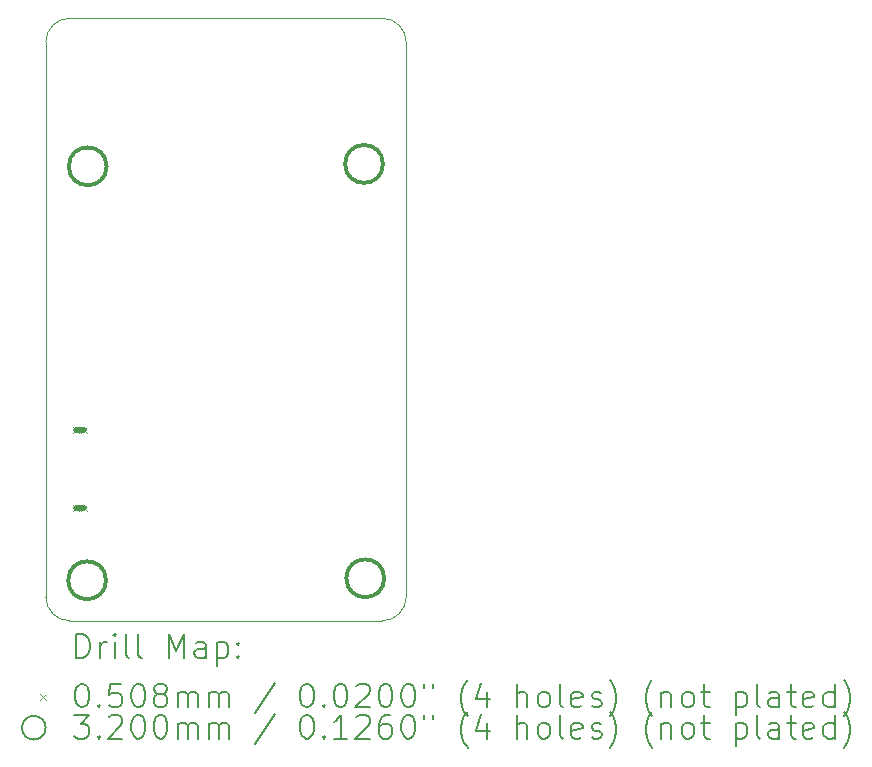
<source format=gbr>
%TF.GenerationSoftware,KiCad,Pcbnew,8.0.5*%
%TF.CreationDate,2025-04-10T23:54:24-07:00*%
%TF.ProjectId,ESP32,45535033-322e-46b6-9963-61645f706362,rev?*%
%TF.SameCoordinates,Original*%
%TF.FileFunction,Drillmap*%
%TF.FilePolarity,Positive*%
%FSLAX45Y45*%
G04 Gerber Fmt 4.5, Leading zero omitted, Abs format (unit mm)*
G04 Created by KiCad (PCBNEW 8.0.5) date 2025-04-10 23:54:24*
%MOMM*%
%LPD*%
G01*
G04 APERTURE LIST*
%ADD10C,0.050000*%
%ADD11C,0.508000*%
%ADD12C,0.200000*%
%ADD13C,0.100000*%
%ADD14C,0.320000*%
G04 APERTURE END LIST*
D10*
X11176000Y-10247000D02*
G75*
G02*
X11376000Y-10047000I200000J0D01*
G01*
X14026000Y-10047000D02*
G75*
G02*
X14226000Y-10247000I0J-200000D01*
G01*
X11376000Y-15147000D02*
G75*
G02*
X11176000Y-14947000I0J200000D01*
G01*
X14226000Y-14947000D02*
G75*
G02*
X14026000Y-15147000I-200000J0D01*
G01*
X11176000Y-14947000D02*
X11176000Y-10247000D01*
X14226000Y-10247000D02*
X14226000Y-14947000D01*
X11376000Y-10047000D02*
X14026000Y-10047000D01*
X14026000Y-15147000D02*
X11376000Y-15147000D01*
D11*
X11501790Y-13532040D02*
X11433210Y-13532040D01*
X11501790Y-14192040D02*
X11433210Y-14192040D01*
D12*
D13*
X11407810Y-13506640D02*
X11458610Y-13557440D01*
X11458610Y-13506640D02*
X11407810Y-13557440D01*
X11407810Y-14166640D02*
X11458610Y-14217440D01*
X11458610Y-14166640D02*
X11407810Y-14217440D01*
X11476390Y-13506640D02*
X11527190Y-13557440D01*
X11527190Y-13506640D02*
X11476390Y-13557440D01*
X11476390Y-14166640D02*
X11527190Y-14217440D01*
X11527190Y-14166640D02*
X11476390Y-14217440D01*
D14*
X11685000Y-14805000D02*
G75*
G02*
X11365000Y-14805000I-160000J0D01*
G01*
X11365000Y-14805000D02*
G75*
G02*
X11685000Y-14805000I160000J0D01*
G01*
X11690000Y-11300000D02*
G75*
G02*
X11370000Y-11300000I-160000J0D01*
G01*
X11370000Y-11300000D02*
G75*
G02*
X11690000Y-11300000I160000J0D01*
G01*
X14030000Y-11280000D02*
G75*
G02*
X13710000Y-11280000I-160000J0D01*
G01*
X13710000Y-11280000D02*
G75*
G02*
X14030000Y-11280000I160000J0D01*
G01*
X14040000Y-14788000D02*
G75*
G02*
X13720000Y-14788000I-160000J0D01*
G01*
X13720000Y-14788000D02*
G75*
G02*
X14040000Y-14788000I160000J0D01*
G01*
D12*
X11434277Y-15460984D02*
X11434277Y-15260984D01*
X11434277Y-15260984D02*
X11481896Y-15260984D01*
X11481896Y-15260984D02*
X11510467Y-15270508D01*
X11510467Y-15270508D02*
X11529515Y-15289555D01*
X11529515Y-15289555D02*
X11539039Y-15308603D01*
X11539039Y-15308603D02*
X11548562Y-15346698D01*
X11548562Y-15346698D02*
X11548562Y-15375269D01*
X11548562Y-15375269D02*
X11539039Y-15413365D01*
X11539039Y-15413365D02*
X11529515Y-15432412D01*
X11529515Y-15432412D02*
X11510467Y-15451460D01*
X11510467Y-15451460D02*
X11481896Y-15460984D01*
X11481896Y-15460984D02*
X11434277Y-15460984D01*
X11634277Y-15460984D02*
X11634277Y-15327650D01*
X11634277Y-15365746D02*
X11643801Y-15346698D01*
X11643801Y-15346698D02*
X11653324Y-15337174D01*
X11653324Y-15337174D02*
X11672372Y-15327650D01*
X11672372Y-15327650D02*
X11691420Y-15327650D01*
X11758086Y-15460984D02*
X11758086Y-15327650D01*
X11758086Y-15260984D02*
X11748562Y-15270508D01*
X11748562Y-15270508D02*
X11758086Y-15280031D01*
X11758086Y-15280031D02*
X11767610Y-15270508D01*
X11767610Y-15270508D02*
X11758086Y-15260984D01*
X11758086Y-15260984D02*
X11758086Y-15280031D01*
X11881896Y-15460984D02*
X11862848Y-15451460D01*
X11862848Y-15451460D02*
X11853324Y-15432412D01*
X11853324Y-15432412D02*
X11853324Y-15260984D01*
X11986658Y-15460984D02*
X11967610Y-15451460D01*
X11967610Y-15451460D02*
X11958086Y-15432412D01*
X11958086Y-15432412D02*
X11958086Y-15260984D01*
X12215229Y-15460984D02*
X12215229Y-15260984D01*
X12215229Y-15260984D02*
X12281896Y-15403841D01*
X12281896Y-15403841D02*
X12348562Y-15260984D01*
X12348562Y-15260984D02*
X12348562Y-15460984D01*
X12529515Y-15460984D02*
X12529515Y-15356222D01*
X12529515Y-15356222D02*
X12519991Y-15337174D01*
X12519991Y-15337174D02*
X12500943Y-15327650D01*
X12500943Y-15327650D02*
X12462848Y-15327650D01*
X12462848Y-15327650D02*
X12443801Y-15337174D01*
X12529515Y-15451460D02*
X12510467Y-15460984D01*
X12510467Y-15460984D02*
X12462848Y-15460984D01*
X12462848Y-15460984D02*
X12443801Y-15451460D01*
X12443801Y-15451460D02*
X12434277Y-15432412D01*
X12434277Y-15432412D02*
X12434277Y-15413365D01*
X12434277Y-15413365D02*
X12443801Y-15394317D01*
X12443801Y-15394317D02*
X12462848Y-15384793D01*
X12462848Y-15384793D02*
X12510467Y-15384793D01*
X12510467Y-15384793D02*
X12529515Y-15375269D01*
X12624753Y-15327650D02*
X12624753Y-15527650D01*
X12624753Y-15337174D02*
X12643801Y-15327650D01*
X12643801Y-15327650D02*
X12681896Y-15327650D01*
X12681896Y-15327650D02*
X12700943Y-15337174D01*
X12700943Y-15337174D02*
X12710467Y-15346698D01*
X12710467Y-15346698D02*
X12719991Y-15365746D01*
X12719991Y-15365746D02*
X12719991Y-15422888D01*
X12719991Y-15422888D02*
X12710467Y-15441936D01*
X12710467Y-15441936D02*
X12700943Y-15451460D01*
X12700943Y-15451460D02*
X12681896Y-15460984D01*
X12681896Y-15460984D02*
X12643801Y-15460984D01*
X12643801Y-15460984D02*
X12624753Y-15451460D01*
X12805705Y-15441936D02*
X12815229Y-15451460D01*
X12815229Y-15451460D02*
X12805705Y-15460984D01*
X12805705Y-15460984D02*
X12796182Y-15451460D01*
X12796182Y-15451460D02*
X12805705Y-15441936D01*
X12805705Y-15441936D02*
X12805705Y-15460984D01*
X12805705Y-15337174D02*
X12815229Y-15346698D01*
X12815229Y-15346698D02*
X12805705Y-15356222D01*
X12805705Y-15356222D02*
X12796182Y-15346698D01*
X12796182Y-15346698D02*
X12805705Y-15337174D01*
X12805705Y-15337174D02*
X12805705Y-15356222D01*
D13*
X11122700Y-15764100D02*
X11173500Y-15814900D01*
X11173500Y-15764100D02*
X11122700Y-15814900D01*
D12*
X11472372Y-15680984D02*
X11491420Y-15680984D01*
X11491420Y-15680984D02*
X11510467Y-15690508D01*
X11510467Y-15690508D02*
X11519991Y-15700031D01*
X11519991Y-15700031D02*
X11529515Y-15719079D01*
X11529515Y-15719079D02*
X11539039Y-15757174D01*
X11539039Y-15757174D02*
X11539039Y-15804793D01*
X11539039Y-15804793D02*
X11529515Y-15842888D01*
X11529515Y-15842888D02*
X11519991Y-15861936D01*
X11519991Y-15861936D02*
X11510467Y-15871460D01*
X11510467Y-15871460D02*
X11491420Y-15880984D01*
X11491420Y-15880984D02*
X11472372Y-15880984D01*
X11472372Y-15880984D02*
X11453324Y-15871460D01*
X11453324Y-15871460D02*
X11443801Y-15861936D01*
X11443801Y-15861936D02*
X11434277Y-15842888D01*
X11434277Y-15842888D02*
X11424753Y-15804793D01*
X11424753Y-15804793D02*
X11424753Y-15757174D01*
X11424753Y-15757174D02*
X11434277Y-15719079D01*
X11434277Y-15719079D02*
X11443801Y-15700031D01*
X11443801Y-15700031D02*
X11453324Y-15690508D01*
X11453324Y-15690508D02*
X11472372Y-15680984D01*
X11624753Y-15861936D02*
X11634277Y-15871460D01*
X11634277Y-15871460D02*
X11624753Y-15880984D01*
X11624753Y-15880984D02*
X11615229Y-15871460D01*
X11615229Y-15871460D02*
X11624753Y-15861936D01*
X11624753Y-15861936D02*
X11624753Y-15880984D01*
X11815229Y-15680984D02*
X11719991Y-15680984D01*
X11719991Y-15680984D02*
X11710467Y-15776222D01*
X11710467Y-15776222D02*
X11719991Y-15766698D01*
X11719991Y-15766698D02*
X11739039Y-15757174D01*
X11739039Y-15757174D02*
X11786658Y-15757174D01*
X11786658Y-15757174D02*
X11805705Y-15766698D01*
X11805705Y-15766698D02*
X11815229Y-15776222D01*
X11815229Y-15776222D02*
X11824753Y-15795269D01*
X11824753Y-15795269D02*
X11824753Y-15842888D01*
X11824753Y-15842888D02*
X11815229Y-15861936D01*
X11815229Y-15861936D02*
X11805705Y-15871460D01*
X11805705Y-15871460D02*
X11786658Y-15880984D01*
X11786658Y-15880984D02*
X11739039Y-15880984D01*
X11739039Y-15880984D02*
X11719991Y-15871460D01*
X11719991Y-15871460D02*
X11710467Y-15861936D01*
X11948562Y-15680984D02*
X11967610Y-15680984D01*
X11967610Y-15680984D02*
X11986658Y-15690508D01*
X11986658Y-15690508D02*
X11996182Y-15700031D01*
X11996182Y-15700031D02*
X12005705Y-15719079D01*
X12005705Y-15719079D02*
X12015229Y-15757174D01*
X12015229Y-15757174D02*
X12015229Y-15804793D01*
X12015229Y-15804793D02*
X12005705Y-15842888D01*
X12005705Y-15842888D02*
X11996182Y-15861936D01*
X11996182Y-15861936D02*
X11986658Y-15871460D01*
X11986658Y-15871460D02*
X11967610Y-15880984D01*
X11967610Y-15880984D02*
X11948562Y-15880984D01*
X11948562Y-15880984D02*
X11929515Y-15871460D01*
X11929515Y-15871460D02*
X11919991Y-15861936D01*
X11919991Y-15861936D02*
X11910467Y-15842888D01*
X11910467Y-15842888D02*
X11900943Y-15804793D01*
X11900943Y-15804793D02*
X11900943Y-15757174D01*
X11900943Y-15757174D02*
X11910467Y-15719079D01*
X11910467Y-15719079D02*
X11919991Y-15700031D01*
X11919991Y-15700031D02*
X11929515Y-15690508D01*
X11929515Y-15690508D02*
X11948562Y-15680984D01*
X12129515Y-15766698D02*
X12110467Y-15757174D01*
X12110467Y-15757174D02*
X12100943Y-15747650D01*
X12100943Y-15747650D02*
X12091420Y-15728603D01*
X12091420Y-15728603D02*
X12091420Y-15719079D01*
X12091420Y-15719079D02*
X12100943Y-15700031D01*
X12100943Y-15700031D02*
X12110467Y-15690508D01*
X12110467Y-15690508D02*
X12129515Y-15680984D01*
X12129515Y-15680984D02*
X12167610Y-15680984D01*
X12167610Y-15680984D02*
X12186658Y-15690508D01*
X12186658Y-15690508D02*
X12196182Y-15700031D01*
X12196182Y-15700031D02*
X12205705Y-15719079D01*
X12205705Y-15719079D02*
X12205705Y-15728603D01*
X12205705Y-15728603D02*
X12196182Y-15747650D01*
X12196182Y-15747650D02*
X12186658Y-15757174D01*
X12186658Y-15757174D02*
X12167610Y-15766698D01*
X12167610Y-15766698D02*
X12129515Y-15766698D01*
X12129515Y-15766698D02*
X12110467Y-15776222D01*
X12110467Y-15776222D02*
X12100943Y-15785746D01*
X12100943Y-15785746D02*
X12091420Y-15804793D01*
X12091420Y-15804793D02*
X12091420Y-15842888D01*
X12091420Y-15842888D02*
X12100943Y-15861936D01*
X12100943Y-15861936D02*
X12110467Y-15871460D01*
X12110467Y-15871460D02*
X12129515Y-15880984D01*
X12129515Y-15880984D02*
X12167610Y-15880984D01*
X12167610Y-15880984D02*
X12186658Y-15871460D01*
X12186658Y-15871460D02*
X12196182Y-15861936D01*
X12196182Y-15861936D02*
X12205705Y-15842888D01*
X12205705Y-15842888D02*
X12205705Y-15804793D01*
X12205705Y-15804793D02*
X12196182Y-15785746D01*
X12196182Y-15785746D02*
X12186658Y-15776222D01*
X12186658Y-15776222D02*
X12167610Y-15766698D01*
X12291420Y-15880984D02*
X12291420Y-15747650D01*
X12291420Y-15766698D02*
X12300943Y-15757174D01*
X12300943Y-15757174D02*
X12319991Y-15747650D01*
X12319991Y-15747650D02*
X12348563Y-15747650D01*
X12348563Y-15747650D02*
X12367610Y-15757174D01*
X12367610Y-15757174D02*
X12377134Y-15776222D01*
X12377134Y-15776222D02*
X12377134Y-15880984D01*
X12377134Y-15776222D02*
X12386658Y-15757174D01*
X12386658Y-15757174D02*
X12405705Y-15747650D01*
X12405705Y-15747650D02*
X12434277Y-15747650D01*
X12434277Y-15747650D02*
X12453324Y-15757174D01*
X12453324Y-15757174D02*
X12462848Y-15776222D01*
X12462848Y-15776222D02*
X12462848Y-15880984D01*
X12558086Y-15880984D02*
X12558086Y-15747650D01*
X12558086Y-15766698D02*
X12567610Y-15757174D01*
X12567610Y-15757174D02*
X12586658Y-15747650D01*
X12586658Y-15747650D02*
X12615229Y-15747650D01*
X12615229Y-15747650D02*
X12634277Y-15757174D01*
X12634277Y-15757174D02*
X12643801Y-15776222D01*
X12643801Y-15776222D02*
X12643801Y-15880984D01*
X12643801Y-15776222D02*
X12653324Y-15757174D01*
X12653324Y-15757174D02*
X12672372Y-15747650D01*
X12672372Y-15747650D02*
X12700943Y-15747650D01*
X12700943Y-15747650D02*
X12719991Y-15757174D01*
X12719991Y-15757174D02*
X12729515Y-15776222D01*
X12729515Y-15776222D02*
X12729515Y-15880984D01*
X13119991Y-15671460D02*
X12948563Y-15928603D01*
X13377134Y-15680984D02*
X13396182Y-15680984D01*
X13396182Y-15680984D02*
X13415229Y-15690508D01*
X13415229Y-15690508D02*
X13424753Y-15700031D01*
X13424753Y-15700031D02*
X13434277Y-15719079D01*
X13434277Y-15719079D02*
X13443801Y-15757174D01*
X13443801Y-15757174D02*
X13443801Y-15804793D01*
X13443801Y-15804793D02*
X13434277Y-15842888D01*
X13434277Y-15842888D02*
X13424753Y-15861936D01*
X13424753Y-15861936D02*
X13415229Y-15871460D01*
X13415229Y-15871460D02*
X13396182Y-15880984D01*
X13396182Y-15880984D02*
X13377134Y-15880984D01*
X13377134Y-15880984D02*
X13358086Y-15871460D01*
X13358086Y-15871460D02*
X13348563Y-15861936D01*
X13348563Y-15861936D02*
X13339039Y-15842888D01*
X13339039Y-15842888D02*
X13329515Y-15804793D01*
X13329515Y-15804793D02*
X13329515Y-15757174D01*
X13329515Y-15757174D02*
X13339039Y-15719079D01*
X13339039Y-15719079D02*
X13348563Y-15700031D01*
X13348563Y-15700031D02*
X13358086Y-15690508D01*
X13358086Y-15690508D02*
X13377134Y-15680984D01*
X13529515Y-15861936D02*
X13539039Y-15871460D01*
X13539039Y-15871460D02*
X13529515Y-15880984D01*
X13529515Y-15880984D02*
X13519991Y-15871460D01*
X13519991Y-15871460D02*
X13529515Y-15861936D01*
X13529515Y-15861936D02*
X13529515Y-15880984D01*
X13662848Y-15680984D02*
X13681896Y-15680984D01*
X13681896Y-15680984D02*
X13700944Y-15690508D01*
X13700944Y-15690508D02*
X13710467Y-15700031D01*
X13710467Y-15700031D02*
X13719991Y-15719079D01*
X13719991Y-15719079D02*
X13729515Y-15757174D01*
X13729515Y-15757174D02*
X13729515Y-15804793D01*
X13729515Y-15804793D02*
X13719991Y-15842888D01*
X13719991Y-15842888D02*
X13710467Y-15861936D01*
X13710467Y-15861936D02*
X13700944Y-15871460D01*
X13700944Y-15871460D02*
X13681896Y-15880984D01*
X13681896Y-15880984D02*
X13662848Y-15880984D01*
X13662848Y-15880984D02*
X13643801Y-15871460D01*
X13643801Y-15871460D02*
X13634277Y-15861936D01*
X13634277Y-15861936D02*
X13624753Y-15842888D01*
X13624753Y-15842888D02*
X13615229Y-15804793D01*
X13615229Y-15804793D02*
X13615229Y-15757174D01*
X13615229Y-15757174D02*
X13624753Y-15719079D01*
X13624753Y-15719079D02*
X13634277Y-15700031D01*
X13634277Y-15700031D02*
X13643801Y-15690508D01*
X13643801Y-15690508D02*
X13662848Y-15680984D01*
X13805706Y-15700031D02*
X13815229Y-15690508D01*
X13815229Y-15690508D02*
X13834277Y-15680984D01*
X13834277Y-15680984D02*
X13881896Y-15680984D01*
X13881896Y-15680984D02*
X13900944Y-15690508D01*
X13900944Y-15690508D02*
X13910467Y-15700031D01*
X13910467Y-15700031D02*
X13919991Y-15719079D01*
X13919991Y-15719079D02*
X13919991Y-15738127D01*
X13919991Y-15738127D02*
X13910467Y-15766698D01*
X13910467Y-15766698D02*
X13796182Y-15880984D01*
X13796182Y-15880984D02*
X13919991Y-15880984D01*
X14043801Y-15680984D02*
X14062848Y-15680984D01*
X14062848Y-15680984D02*
X14081896Y-15690508D01*
X14081896Y-15690508D02*
X14091420Y-15700031D01*
X14091420Y-15700031D02*
X14100944Y-15719079D01*
X14100944Y-15719079D02*
X14110467Y-15757174D01*
X14110467Y-15757174D02*
X14110467Y-15804793D01*
X14110467Y-15804793D02*
X14100944Y-15842888D01*
X14100944Y-15842888D02*
X14091420Y-15861936D01*
X14091420Y-15861936D02*
X14081896Y-15871460D01*
X14081896Y-15871460D02*
X14062848Y-15880984D01*
X14062848Y-15880984D02*
X14043801Y-15880984D01*
X14043801Y-15880984D02*
X14024753Y-15871460D01*
X14024753Y-15871460D02*
X14015229Y-15861936D01*
X14015229Y-15861936D02*
X14005706Y-15842888D01*
X14005706Y-15842888D02*
X13996182Y-15804793D01*
X13996182Y-15804793D02*
X13996182Y-15757174D01*
X13996182Y-15757174D02*
X14005706Y-15719079D01*
X14005706Y-15719079D02*
X14015229Y-15700031D01*
X14015229Y-15700031D02*
X14024753Y-15690508D01*
X14024753Y-15690508D02*
X14043801Y-15680984D01*
X14234277Y-15680984D02*
X14253325Y-15680984D01*
X14253325Y-15680984D02*
X14272372Y-15690508D01*
X14272372Y-15690508D02*
X14281896Y-15700031D01*
X14281896Y-15700031D02*
X14291420Y-15719079D01*
X14291420Y-15719079D02*
X14300944Y-15757174D01*
X14300944Y-15757174D02*
X14300944Y-15804793D01*
X14300944Y-15804793D02*
X14291420Y-15842888D01*
X14291420Y-15842888D02*
X14281896Y-15861936D01*
X14281896Y-15861936D02*
X14272372Y-15871460D01*
X14272372Y-15871460D02*
X14253325Y-15880984D01*
X14253325Y-15880984D02*
X14234277Y-15880984D01*
X14234277Y-15880984D02*
X14215229Y-15871460D01*
X14215229Y-15871460D02*
X14205706Y-15861936D01*
X14205706Y-15861936D02*
X14196182Y-15842888D01*
X14196182Y-15842888D02*
X14186658Y-15804793D01*
X14186658Y-15804793D02*
X14186658Y-15757174D01*
X14186658Y-15757174D02*
X14196182Y-15719079D01*
X14196182Y-15719079D02*
X14205706Y-15700031D01*
X14205706Y-15700031D02*
X14215229Y-15690508D01*
X14215229Y-15690508D02*
X14234277Y-15680984D01*
X14377134Y-15680984D02*
X14377134Y-15719079D01*
X14453325Y-15680984D02*
X14453325Y-15719079D01*
X14748563Y-15957174D02*
X14739039Y-15947650D01*
X14739039Y-15947650D02*
X14719991Y-15919079D01*
X14719991Y-15919079D02*
X14710468Y-15900031D01*
X14710468Y-15900031D02*
X14700944Y-15871460D01*
X14700944Y-15871460D02*
X14691420Y-15823841D01*
X14691420Y-15823841D02*
X14691420Y-15785746D01*
X14691420Y-15785746D02*
X14700944Y-15738127D01*
X14700944Y-15738127D02*
X14710468Y-15709555D01*
X14710468Y-15709555D02*
X14719991Y-15690508D01*
X14719991Y-15690508D02*
X14739039Y-15661936D01*
X14739039Y-15661936D02*
X14748563Y-15652412D01*
X14910468Y-15747650D02*
X14910468Y-15880984D01*
X14862848Y-15671460D02*
X14815229Y-15814317D01*
X14815229Y-15814317D02*
X14939039Y-15814317D01*
X15167610Y-15880984D02*
X15167610Y-15680984D01*
X15253325Y-15880984D02*
X15253325Y-15776222D01*
X15253325Y-15776222D02*
X15243801Y-15757174D01*
X15243801Y-15757174D02*
X15224753Y-15747650D01*
X15224753Y-15747650D02*
X15196182Y-15747650D01*
X15196182Y-15747650D02*
X15177134Y-15757174D01*
X15177134Y-15757174D02*
X15167610Y-15766698D01*
X15377134Y-15880984D02*
X15358087Y-15871460D01*
X15358087Y-15871460D02*
X15348563Y-15861936D01*
X15348563Y-15861936D02*
X15339039Y-15842888D01*
X15339039Y-15842888D02*
X15339039Y-15785746D01*
X15339039Y-15785746D02*
X15348563Y-15766698D01*
X15348563Y-15766698D02*
X15358087Y-15757174D01*
X15358087Y-15757174D02*
X15377134Y-15747650D01*
X15377134Y-15747650D02*
X15405706Y-15747650D01*
X15405706Y-15747650D02*
X15424753Y-15757174D01*
X15424753Y-15757174D02*
X15434277Y-15766698D01*
X15434277Y-15766698D02*
X15443801Y-15785746D01*
X15443801Y-15785746D02*
X15443801Y-15842888D01*
X15443801Y-15842888D02*
X15434277Y-15861936D01*
X15434277Y-15861936D02*
X15424753Y-15871460D01*
X15424753Y-15871460D02*
X15405706Y-15880984D01*
X15405706Y-15880984D02*
X15377134Y-15880984D01*
X15558087Y-15880984D02*
X15539039Y-15871460D01*
X15539039Y-15871460D02*
X15529515Y-15852412D01*
X15529515Y-15852412D02*
X15529515Y-15680984D01*
X15710468Y-15871460D02*
X15691420Y-15880984D01*
X15691420Y-15880984D02*
X15653325Y-15880984D01*
X15653325Y-15880984D02*
X15634277Y-15871460D01*
X15634277Y-15871460D02*
X15624753Y-15852412D01*
X15624753Y-15852412D02*
X15624753Y-15776222D01*
X15624753Y-15776222D02*
X15634277Y-15757174D01*
X15634277Y-15757174D02*
X15653325Y-15747650D01*
X15653325Y-15747650D02*
X15691420Y-15747650D01*
X15691420Y-15747650D02*
X15710468Y-15757174D01*
X15710468Y-15757174D02*
X15719991Y-15776222D01*
X15719991Y-15776222D02*
X15719991Y-15795269D01*
X15719991Y-15795269D02*
X15624753Y-15814317D01*
X15796182Y-15871460D02*
X15815230Y-15880984D01*
X15815230Y-15880984D02*
X15853325Y-15880984D01*
X15853325Y-15880984D02*
X15872372Y-15871460D01*
X15872372Y-15871460D02*
X15881896Y-15852412D01*
X15881896Y-15852412D02*
X15881896Y-15842888D01*
X15881896Y-15842888D02*
X15872372Y-15823841D01*
X15872372Y-15823841D02*
X15853325Y-15814317D01*
X15853325Y-15814317D02*
X15824753Y-15814317D01*
X15824753Y-15814317D02*
X15805706Y-15804793D01*
X15805706Y-15804793D02*
X15796182Y-15785746D01*
X15796182Y-15785746D02*
X15796182Y-15776222D01*
X15796182Y-15776222D02*
X15805706Y-15757174D01*
X15805706Y-15757174D02*
X15824753Y-15747650D01*
X15824753Y-15747650D02*
X15853325Y-15747650D01*
X15853325Y-15747650D02*
X15872372Y-15757174D01*
X15948563Y-15957174D02*
X15958087Y-15947650D01*
X15958087Y-15947650D02*
X15977134Y-15919079D01*
X15977134Y-15919079D02*
X15986658Y-15900031D01*
X15986658Y-15900031D02*
X15996182Y-15871460D01*
X15996182Y-15871460D02*
X16005706Y-15823841D01*
X16005706Y-15823841D02*
X16005706Y-15785746D01*
X16005706Y-15785746D02*
X15996182Y-15738127D01*
X15996182Y-15738127D02*
X15986658Y-15709555D01*
X15986658Y-15709555D02*
X15977134Y-15690508D01*
X15977134Y-15690508D02*
X15958087Y-15661936D01*
X15958087Y-15661936D02*
X15948563Y-15652412D01*
X16310468Y-15957174D02*
X16300944Y-15947650D01*
X16300944Y-15947650D02*
X16281896Y-15919079D01*
X16281896Y-15919079D02*
X16272372Y-15900031D01*
X16272372Y-15900031D02*
X16262849Y-15871460D01*
X16262849Y-15871460D02*
X16253325Y-15823841D01*
X16253325Y-15823841D02*
X16253325Y-15785746D01*
X16253325Y-15785746D02*
X16262849Y-15738127D01*
X16262849Y-15738127D02*
X16272372Y-15709555D01*
X16272372Y-15709555D02*
X16281896Y-15690508D01*
X16281896Y-15690508D02*
X16300944Y-15661936D01*
X16300944Y-15661936D02*
X16310468Y-15652412D01*
X16386658Y-15747650D02*
X16386658Y-15880984D01*
X16386658Y-15766698D02*
X16396182Y-15757174D01*
X16396182Y-15757174D02*
X16415230Y-15747650D01*
X16415230Y-15747650D02*
X16443801Y-15747650D01*
X16443801Y-15747650D02*
X16462849Y-15757174D01*
X16462849Y-15757174D02*
X16472372Y-15776222D01*
X16472372Y-15776222D02*
X16472372Y-15880984D01*
X16596182Y-15880984D02*
X16577134Y-15871460D01*
X16577134Y-15871460D02*
X16567611Y-15861936D01*
X16567611Y-15861936D02*
X16558087Y-15842888D01*
X16558087Y-15842888D02*
X16558087Y-15785746D01*
X16558087Y-15785746D02*
X16567611Y-15766698D01*
X16567611Y-15766698D02*
X16577134Y-15757174D01*
X16577134Y-15757174D02*
X16596182Y-15747650D01*
X16596182Y-15747650D02*
X16624753Y-15747650D01*
X16624753Y-15747650D02*
X16643801Y-15757174D01*
X16643801Y-15757174D02*
X16653325Y-15766698D01*
X16653325Y-15766698D02*
X16662849Y-15785746D01*
X16662849Y-15785746D02*
X16662849Y-15842888D01*
X16662849Y-15842888D02*
X16653325Y-15861936D01*
X16653325Y-15861936D02*
X16643801Y-15871460D01*
X16643801Y-15871460D02*
X16624753Y-15880984D01*
X16624753Y-15880984D02*
X16596182Y-15880984D01*
X16719992Y-15747650D02*
X16796182Y-15747650D01*
X16748563Y-15680984D02*
X16748563Y-15852412D01*
X16748563Y-15852412D02*
X16758087Y-15871460D01*
X16758087Y-15871460D02*
X16777134Y-15880984D01*
X16777134Y-15880984D02*
X16796182Y-15880984D01*
X17015230Y-15747650D02*
X17015230Y-15947650D01*
X17015230Y-15757174D02*
X17034277Y-15747650D01*
X17034277Y-15747650D02*
X17072373Y-15747650D01*
X17072373Y-15747650D02*
X17091420Y-15757174D01*
X17091420Y-15757174D02*
X17100944Y-15766698D01*
X17100944Y-15766698D02*
X17110468Y-15785746D01*
X17110468Y-15785746D02*
X17110468Y-15842888D01*
X17110468Y-15842888D02*
X17100944Y-15861936D01*
X17100944Y-15861936D02*
X17091420Y-15871460D01*
X17091420Y-15871460D02*
X17072373Y-15880984D01*
X17072373Y-15880984D02*
X17034277Y-15880984D01*
X17034277Y-15880984D02*
X17015230Y-15871460D01*
X17224754Y-15880984D02*
X17205706Y-15871460D01*
X17205706Y-15871460D02*
X17196182Y-15852412D01*
X17196182Y-15852412D02*
X17196182Y-15680984D01*
X17386658Y-15880984D02*
X17386658Y-15776222D01*
X17386658Y-15776222D02*
X17377135Y-15757174D01*
X17377135Y-15757174D02*
X17358087Y-15747650D01*
X17358087Y-15747650D02*
X17319992Y-15747650D01*
X17319992Y-15747650D02*
X17300944Y-15757174D01*
X17386658Y-15871460D02*
X17367611Y-15880984D01*
X17367611Y-15880984D02*
X17319992Y-15880984D01*
X17319992Y-15880984D02*
X17300944Y-15871460D01*
X17300944Y-15871460D02*
X17291420Y-15852412D01*
X17291420Y-15852412D02*
X17291420Y-15833365D01*
X17291420Y-15833365D02*
X17300944Y-15814317D01*
X17300944Y-15814317D02*
X17319992Y-15804793D01*
X17319992Y-15804793D02*
X17367611Y-15804793D01*
X17367611Y-15804793D02*
X17386658Y-15795269D01*
X17453325Y-15747650D02*
X17529515Y-15747650D01*
X17481896Y-15680984D02*
X17481896Y-15852412D01*
X17481896Y-15852412D02*
X17491420Y-15871460D01*
X17491420Y-15871460D02*
X17510468Y-15880984D01*
X17510468Y-15880984D02*
X17529515Y-15880984D01*
X17672373Y-15871460D02*
X17653325Y-15880984D01*
X17653325Y-15880984D02*
X17615230Y-15880984D01*
X17615230Y-15880984D02*
X17596182Y-15871460D01*
X17596182Y-15871460D02*
X17586658Y-15852412D01*
X17586658Y-15852412D02*
X17586658Y-15776222D01*
X17586658Y-15776222D02*
X17596182Y-15757174D01*
X17596182Y-15757174D02*
X17615230Y-15747650D01*
X17615230Y-15747650D02*
X17653325Y-15747650D01*
X17653325Y-15747650D02*
X17672373Y-15757174D01*
X17672373Y-15757174D02*
X17681896Y-15776222D01*
X17681896Y-15776222D02*
X17681896Y-15795269D01*
X17681896Y-15795269D02*
X17586658Y-15814317D01*
X17853325Y-15880984D02*
X17853325Y-15680984D01*
X17853325Y-15871460D02*
X17834277Y-15880984D01*
X17834277Y-15880984D02*
X17796182Y-15880984D01*
X17796182Y-15880984D02*
X17777135Y-15871460D01*
X17777135Y-15871460D02*
X17767611Y-15861936D01*
X17767611Y-15861936D02*
X17758087Y-15842888D01*
X17758087Y-15842888D02*
X17758087Y-15785746D01*
X17758087Y-15785746D02*
X17767611Y-15766698D01*
X17767611Y-15766698D02*
X17777135Y-15757174D01*
X17777135Y-15757174D02*
X17796182Y-15747650D01*
X17796182Y-15747650D02*
X17834277Y-15747650D01*
X17834277Y-15747650D02*
X17853325Y-15757174D01*
X17929516Y-15957174D02*
X17939039Y-15947650D01*
X17939039Y-15947650D02*
X17958087Y-15919079D01*
X17958087Y-15919079D02*
X17967611Y-15900031D01*
X17967611Y-15900031D02*
X17977135Y-15871460D01*
X17977135Y-15871460D02*
X17986658Y-15823841D01*
X17986658Y-15823841D02*
X17986658Y-15785746D01*
X17986658Y-15785746D02*
X17977135Y-15738127D01*
X17977135Y-15738127D02*
X17967611Y-15709555D01*
X17967611Y-15709555D02*
X17958087Y-15690508D01*
X17958087Y-15690508D02*
X17939039Y-15661936D01*
X17939039Y-15661936D02*
X17929516Y-15652412D01*
X11173500Y-16053500D02*
G75*
G02*
X10973500Y-16053500I-100000J0D01*
G01*
X10973500Y-16053500D02*
G75*
G02*
X11173500Y-16053500I100000J0D01*
G01*
X11415229Y-15944984D02*
X11539039Y-15944984D01*
X11539039Y-15944984D02*
X11472372Y-16021174D01*
X11472372Y-16021174D02*
X11500943Y-16021174D01*
X11500943Y-16021174D02*
X11519991Y-16030698D01*
X11519991Y-16030698D02*
X11529515Y-16040222D01*
X11529515Y-16040222D02*
X11539039Y-16059269D01*
X11539039Y-16059269D02*
X11539039Y-16106888D01*
X11539039Y-16106888D02*
X11529515Y-16125936D01*
X11529515Y-16125936D02*
X11519991Y-16135460D01*
X11519991Y-16135460D02*
X11500943Y-16144984D01*
X11500943Y-16144984D02*
X11443801Y-16144984D01*
X11443801Y-16144984D02*
X11424753Y-16135460D01*
X11424753Y-16135460D02*
X11415229Y-16125936D01*
X11624753Y-16125936D02*
X11634277Y-16135460D01*
X11634277Y-16135460D02*
X11624753Y-16144984D01*
X11624753Y-16144984D02*
X11615229Y-16135460D01*
X11615229Y-16135460D02*
X11624753Y-16125936D01*
X11624753Y-16125936D02*
X11624753Y-16144984D01*
X11710467Y-15964031D02*
X11719991Y-15954508D01*
X11719991Y-15954508D02*
X11739039Y-15944984D01*
X11739039Y-15944984D02*
X11786658Y-15944984D01*
X11786658Y-15944984D02*
X11805705Y-15954508D01*
X11805705Y-15954508D02*
X11815229Y-15964031D01*
X11815229Y-15964031D02*
X11824753Y-15983079D01*
X11824753Y-15983079D02*
X11824753Y-16002127D01*
X11824753Y-16002127D02*
X11815229Y-16030698D01*
X11815229Y-16030698D02*
X11700943Y-16144984D01*
X11700943Y-16144984D02*
X11824753Y-16144984D01*
X11948562Y-15944984D02*
X11967610Y-15944984D01*
X11967610Y-15944984D02*
X11986658Y-15954508D01*
X11986658Y-15954508D02*
X11996182Y-15964031D01*
X11996182Y-15964031D02*
X12005705Y-15983079D01*
X12005705Y-15983079D02*
X12015229Y-16021174D01*
X12015229Y-16021174D02*
X12015229Y-16068793D01*
X12015229Y-16068793D02*
X12005705Y-16106888D01*
X12005705Y-16106888D02*
X11996182Y-16125936D01*
X11996182Y-16125936D02*
X11986658Y-16135460D01*
X11986658Y-16135460D02*
X11967610Y-16144984D01*
X11967610Y-16144984D02*
X11948562Y-16144984D01*
X11948562Y-16144984D02*
X11929515Y-16135460D01*
X11929515Y-16135460D02*
X11919991Y-16125936D01*
X11919991Y-16125936D02*
X11910467Y-16106888D01*
X11910467Y-16106888D02*
X11900943Y-16068793D01*
X11900943Y-16068793D02*
X11900943Y-16021174D01*
X11900943Y-16021174D02*
X11910467Y-15983079D01*
X11910467Y-15983079D02*
X11919991Y-15964031D01*
X11919991Y-15964031D02*
X11929515Y-15954508D01*
X11929515Y-15954508D02*
X11948562Y-15944984D01*
X12139039Y-15944984D02*
X12158086Y-15944984D01*
X12158086Y-15944984D02*
X12177134Y-15954508D01*
X12177134Y-15954508D02*
X12186658Y-15964031D01*
X12186658Y-15964031D02*
X12196182Y-15983079D01*
X12196182Y-15983079D02*
X12205705Y-16021174D01*
X12205705Y-16021174D02*
X12205705Y-16068793D01*
X12205705Y-16068793D02*
X12196182Y-16106888D01*
X12196182Y-16106888D02*
X12186658Y-16125936D01*
X12186658Y-16125936D02*
X12177134Y-16135460D01*
X12177134Y-16135460D02*
X12158086Y-16144984D01*
X12158086Y-16144984D02*
X12139039Y-16144984D01*
X12139039Y-16144984D02*
X12119991Y-16135460D01*
X12119991Y-16135460D02*
X12110467Y-16125936D01*
X12110467Y-16125936D02*
X12100943Y-16106888D01*
X12100943Y-16106888D02*
X12091420Y-16068793D01*
X12091420Y-16068793D02*
X12091420Y-16021174D01*
X12091420Y-16021174D02*
X12100943Y-15983079D01*
X12100943Y-15983079D02*
X12110467Y-15964031D01*
X12110467Y-15964031D02*
X12119991Y-15954508D01*
X12119991Y-15954508D02*
X12139039Y-15944984D01*
X12291420Y-16144984D02*
X12291420Y-16011650D01*
X12291420Y-16030698D02*
X12300943Y-16021174D01*
X12300943Y-16021174D02*
X12319991Y-16011650D01*
X12319991Y-16011650D02*
X12348563Y-16011650D01*
X12348563Y-16011650D02*
X12367610Y-16021174D01*
X12367610Y-16021174D02*
X12377134Y-16040222D01*
X12377134Y-16040222D02*
X12377134Y-16144984D01*
X12377134Y-16040222D02*
X12386658Y-16021174D01*
X12386658Y-16021174D02*
X12405705Y-16011650D01*
X12405705Y-16011650D02*
X12434277Y-16011650D01*
X12434277Y-16011650D02*
X12453324Y-16021174D01*
X12453324Y-16021174D02*
X12462848Y-16040222D01*
X12462848Y-16040222D02*
X12462848Y-16144984D01*
X12558086Y-16144984D02*
X12558086Y-16011650D01*
X12558086Y-16030698D02*
X12567610Y-16021174D01*
X12567610Y-16021174D02*
X12586658Y-16011650D01*
X12586658Y-16011650D02*
X12615229Y-16011650D01*
X12615229Y-16011650D02*
X12634277Y-16021174D01*
X12634277Y-16021174D02*
X12643801Y-16040222D01*
X12643801Y-16040222D02*
X12643801Y-16144984D01*
X12643801Y-16040222D02*
X12653324Y-16021174D01*
X12653324Y-16021174D02*
X12672372Y-16011650D01*
X12672372Y-16011650D02*
X12700943Y-16011650D01*
X12700943Y-16011650D02*
X12719991Y-16021174D01*
X12719991Y-16021174D02*
X12729515Y-16040222D01*
X12729515Y-16040222D02*
X12729515Y-16144984D01*
X13119991Y-15935460D02*
X12948563Y-16192603D01*
X13377134Y-15944984D02*
X13396182Y-15944984D01*
X13396182Y-15944984D02*
X13415229Y-15954508D01*
X13415229Y-15954508D02*
X13424753Y-15964031D01*
X13424753Y-15964031D02*
X13434277Y-15983079D01*
X13434277Y-15983079D02*
X13443801Y-16021174D01*
X13443801Y-16021174D02*
X13443801Y-16068793D01*
X13443801Y-16068793D02*
X13434277Y-16106888D01*
X13434277Y-16106888D02*
X13424753Y-16125936D01*
X13424753Y-16125936D02*
X13415229Y-16135460D01*
X13415229Y-16135460D02*
X13396182Y-16144984D01*
X13396182Y-16144984D02*
X13377134Y-16144984D01*
X13377134Y-16144984D02*
X13358086Y-16135460D01*
X13358086Y-16135460D02*
X13348563Y-16125936D01*
X13348563Y-16125936D02*
X13339039Y-16106888D01*
X13339039Y-16106888D02*
X13329515Y-16068793D01*
X13329515Y-16068793D02*
X13329515Y-16021174D01*
X13329515Y-16021174D02*
X13339039Y-15983079D01*
X13339039Y-15983079D02*
X13348563Y-15964031D01*
X13348563Y-15964031D02*
X13358086Y-15954508D01*
X13358086Y-15954508D02*
X13377134Y-15944984D01*
X13529515Y-16125936D02*
X13539039Y-16135460D01*
X13539039Y-16135460D02*
X13529515Y-16144984D01*
X13529515Y-16144984D02*
X13519991Y-16135460D01*
X13519991Y-16135460D02*
X13529515Y-16125936D01*
X13529515Y-16125936D02*
X13529515Y-16144984D01*
X13729515Y-16144984D02*
X13615229Y-16144984D01*
X13672372Y-16144984D02*
X13672372Y-15944984D01*
X13672372Y-15944984D02*
X13653325Y-15973555D01*
X13653325Y-15973555D02*
X13634277Y-15992603D01*
X13634277Y-15992603D02*
X13615229Y-16002127D01*
X13805706Y-15964031D02*
X13815229Y-15954508D01*
X13815229Y-15954508D02*
X13834277Y-15944984D01*
X13834277Y-15944984D02*
X13881896Y-15944984D01*
X13881896Y-15944984D02*
X13900944Y-15954508D01*
X13900944Y-15954508D02*
X13910467Y-15964031D01*
X13910467Y-15964031D02*
X13919991Y-15983079D01*
X13919991Y-15983079D02*
X13919991Y-16002127D01*
X13919991Y-16002127D02*
X13910467Y-16030698D01*
X13910467Y-16030698D02*
X13796182Y-16144984D01*
X13796182Y-16144984D02*
X13919991Y-16144984D01*
X14091420Y-15944984D02*
X14053325Y-15944984D01*
X14053325Y-15944984D02*
X14034277Y-15954508D01*
X14034277Y-15954508D02*
X14024753Y-15964031D01*
X14024753Y-15964031D02*
X14005706Y-15992603D01*
X14005706Y-15992603D02*
X13996182Y-16030698D01*
X13996182Y-16030698D02*
X13996182Y-16106888D01*
X13996182Y-16106888D02*
X14005706Y-16125936D01*
X14005706Y-16125936D02*
X14015229Y-16135460D01*
X14015229Y-16135460D02*
X14034277Y-16144984D01*
X14034277Y-16144984D02*
X14072372Y-16144984D01*
X14072372Y-16144984D02*
X14091420Y-16135460D01*
X14091420Y-16135460D02*
X14100944Y-16125936D01*
X14100944Y-16125936D02*
X14110467Y-16106888D01*
X14110467Y-16106888D02*
X14110467Y-16059269D01*
X14110467Y-16059269D02*
X14100944Y-16040222D01*
X14100944Y-16040222D02*
X14091420Y-16030698D01*
X14091420Y-16030698D02*
X14072372Y-16021174D01*
X14072372Y-16021174D02*
X14034277Y-16021174D01*
X14034277Y-16021174D02*
X14015229Y-16030698D01*
X14015229Y-16030698D02*
X14005706Y-16040222D01*
X14005706Y-16040222D02*
X13996182Y-16059269D01*
X14234277Y-15944984D02*
X14253325Y-15944984D01*
X14253325Y-15944984D02*
X14272372Y-15954508D01*
X14272372Y-15954508D02*
X14281896Y-15964031D01*
X14281896Y-15964031D02*
X14291420Y-15983079D01*
X14291420Y-15983079D02*
X14300944Y-16021174D01*
X14300944Y-16021174D02*
X14300944Y-16068793D01*
X14300944Y-16068793D02*
X14291420Y-16106888D01*
X14291420Y-16106888D02*
X14281896Y-16125936D01*
X14281896Y-16125936D02*
X14272372Y-16135460D01*
X14272372Y-16135460D02*
X14253325Y-16144984D01*
X14253325Y-16144984D02*
X14234277Y-16144984D01*
X14234277Y-16144984D02*
X14215229Y-16135460D01*
X14215229Y-16135460D02*
X14205706Y-16125936D01*
X14205706Y-16125936D02*
X14196182Y-16106888D01*
X14196182Y-16106888D02*
X14186658Y-16068793D01*
X14186658Y-16068793D02*
X14186658Y-16021174D01*
X14186658Y-16021174D02*
X14196182Y-15983079D01*
X14196182Y-15983079D02*
X14205706Y-15964031D01*
X14205706Y-15964031D02*
X14215229Y-15954508D01*
X14215229Y-15954508D02*
X14234277Y-15944984D01*
X14377134Y-15944984D02*
X14377134Y-15983079D01*
X14453325Y-15944984D02*
X14453325Y-15983079D01*
X14748563Y-16221174D02*
X14739039Y-16211650D01*
X14739039Y-16211650D02*
X14719991Y-16183079D01*
X14719991Y-16183079D02*
X14710468Y-16164031D01*
X14710468Y-16164031D02*
X14700944Y-16135460D01*
X14700944Y-16135460D02*
X14691420Y-16087841D01*
X14691420Y-16087841D02*
X14691420Y-16049746D01*
X14691420Y-16049746D02*
X14700944Y-16002127D01*
X14700944Y-16002127D02*
X14710468Y-15973555D01*
X14710468Y-15973555D02*
X14719991Y-15954508D01*
X14719991Y-15954508D02*
X14739039Y-15925936D01*
X14739039Y-15925936D02*
X14748563Y-15916412D01*
X14910468Y-16011650D02*
X14910468Y-16144984D01*
X14862848Y-15935460D02*
X14815229Y-16078317D01*
X14815229Y-16078317D02*
X14939039Y-16078317D01*
X15167610Y-16144984D02*
X15167610Y-15944984D01*
X15253325Y-16144984D02*
X15253325Y-16040222D01*
X15253325Y-16040222D02*
X15243801Y-16021174D01*
X15243801Y-16021174D02*
X15224753Y-16011650D01*
X15224753Y-16011650D02*
X15196182Y-16011650D01*
X15196182Y-16011650D02*
X15177134Y-16021174D01*
X15177134Y-16021174D02*
X15167610Y-16030698D01*
X15377134Y-16144984D02*
X15358087Y-16135460D01*
X15358087Y-16135460D02*
X15348563Y-16125936D01*
X15348563Y-16125936D02*
X15339039Y-16106888D01*
X15339039Y-16106888D02*
X15339039Y-16049746D01*
X15339039Y-16049746D02*
X15348563Y-16030698D01*
X15348563Y-16030698D02*
X15358087Y-16021174D01*
X15358087Y-16021174D02*
X15377134Y-16011650D01*
X15377134Y-16011650D02*
X15405706Y-16011650D01*
X15405706Y-16011650D02*
X15424753Y-16021174D01*
X15424753Y-16021174D02*
X15434277Y-16030698D01*
X15434277Y-16030698D02*
X15443801Y-16049746D01*
X15443801Y-16049746D02*
X15443801Y-16106888D01*
X15443801Y-16106888D02*
X15434277Y-16125936D01*
X15434277Y-16125936D02*
X15424753Y-16135460D01*
X15424753Y-16135460D02*
X15405706Y-16144984D01*
X15405706Y-16144984D02*
X15377134Y-16144984D01*
X15558087Y-16144984D02*
X15539039Y-16135460D01*
X15539039Y-16135460D02*
X15529515Y-16116412D01*
X15529515Y-16116412D02*
X15529515Y-15944984D01*
X15710468Y-16135460D02*
X15691420Y-16144984D01*
X15691420Y-16144984D02*
X15653325Y-16144984D01*
X15653325Y-16144984D02*
X15634277Y-16135460D01*
X15634277Y-16135460D02*
X15624753Y-16116412D01*
X15624753Y-16116412D02*
X15624753Y-16040222D01*
X15624753Y-16040222D02*
X15634277Y-16021174D01*
X15634277Y-16021174D02*
X15653325Y-16011650D01*
X15653325Y-16011650D02*
X15691420Y-16011650D01*
X15691420Y-16011650D02*
X15710468Y-16021174D01*
X15710468Y-16021174D02*
X15719991Y-16040222D01*
X15719991Y-16040222D02*
X15719991Y-16059269D01*
X15719991Y-16059269D02*
X15624753Y-16078317D01*
X15796182Y-16135460D02*
X15815230Y-16144984D01*
X15815230Y-16144984D02*
X15853325Y-16144984D01*
X15853325Y-16144984D02*
X15872372Y-16135460D01*
X15872372Y-16135460D02*
X15881896Y-16116412D01*
X15881896Y-16116412D02*
X15881896Y-16106888D01*
X15881896Y-16106888D02*
X15872372Y-16087841D01*
X15872372Y-16087841D02*
X15853325Y-16078317D01*
X15853325Y-16078317D02*
X15824753Y-16078317D01*
X15824753Y-16078317D02*
X15805706Y-16068793D01*
X15805706Y-16068793D02*
X15796182Y-16049746D01*
X15796182Y-16049746D02*
X15796182Y-16040222D01*
X15796182Y-16040222D02*
X15805706Y-16021174D01*
X15805706Y-16021174D02*
X15824753Y-16011650D01*
X15824753Y-16011650D02*
X15853325Y-16011650D01*
X15853325Y-16011650D02*
X15872372Y-16021174D01*
X15948563Y-16221174D02*
X15958087Y-16211650D01*
X15958087Y-16211650D02*
X15977134Y-16183079D01*
X15977134Y-16183079D02*
X15986658Y-16164031D01*
X15986658Y-16164031D02*
X15996182Y-16135460D01*
X15996182Y-16135460D02*
X16005706Y-16087841D01*
X16005706Y-16087841D02*
X16005706Y-16049746D01*
X16005706Y-16049746D02*
X15996182Y-16002127D01*
X15996182Y-16002127D02*
X15986658Y-15973555D01*
X15986658Y-15973555D02*
X15977134Y-15954508D01*
X15977134Y-15954508D02*
X15958087Y-15925936D01*
X15958087Y-15925936D02*
X15948563Y-15916412D01*
X16310468Y-16221174D02*
X16300944Y-16211650D01*
X16300944Y-16211650D02*
X16281896Y-16183079D01*
X16281896Y-16183079D02*
X16272372Y-16164031D01*
X16272372Y-16164031D02*
X16262849Y-16135460D01*
X16262849Y-16135460D02*
X16253325Y-16087841D01*
X16253325Y-16087841D02*
X16253325Y-16049746D01*
X16253325Y-16049746D02*
X16262849Y-16002127D01*
X16262849Y-16002127D02*
X16272372Y-15973555D01*
X16272372Y-15973555D02*
X16281896Y-15954508D01*
X16281896Y-15954508D02*
X16300944Y-15925936D01*
X16300944Y-15925936D02*
X16310468Y-15916412D01*
X16386658Y-16011650D02*
X16386658Y-16144984D01*
X16386658Y-16030698D02*
X16396182Y-16021174D01*
X16396182Y-16021174D02*
X16415230Y-16011650D01*
X16415230Y-16011650D02*
X16443801Y-16011650D01*
X16443801Y-16011650D02*
X16462849Y-16021174D01*
X16462849Y-16021174D02*
X16472372Y-16040222D01*
X16472372Y-16040222D02*
X16472372Y-16144984D01*
X16596182Y-16144984D02*
X16577134Y-16135460D01*
X16577134Y-16135460D02*
X16567611Y-16125936D01*
X16567611Y-16125936D02*
X16558087Y-16106888D01*
X16558087Y-16106888D02*
X16558087Y-16049746D01*
X16558087Y-16049746D02*
X16567611Y-16030698D01*
X16567611Y-16030698D02*
X16577134Y-16021174D01*
X16577134Y-16021174D02*
X16596182Y-16011650D01*
X16596182Y-16011650D02*
X16624753Y-16011650D01*
X16624753Y-16011650D02*
X16643801Y-16021174D01*
X16643801Y-16021174D02*
X16653325Y-16030698D01*
X16653325Y-16030698D02*
X16662849Y-16049746D01*
X16662849Y-16049746D02*
X16662849Y-16106888D01*
X16662849Y-16106888D02*
X16653325Y-16125936D01*
X16653325Y-16125936D02*
X16643801Y-16135460D01*
X16643801Y-16135460D02*
X16624753Y-16144984D01*
X16624753Y-16144984D02*
X16596182Y-16144984D01*
X16719992Y-16011650D02*
X16796182Y-16011650D01*
X16748563Y-15944984D02*
X16748563Y-16116412D01*
X16748563Y-16116412D02*
X16758087Y-16135460D01*
X16758087Y-16135460D02*
X16777134Y-16144984D01*
X16777134Y-16144984D02*
X16796182Y-16144984D01*
X17015230Y-16011650D02*
X17015230Y-16211650D01*
X17015230Y-16021174D02*
X17034277Y-16011650D01*
X17034277Y-16011650D02*
X17072373Y-16011650D01*
X17072373Y-16011650D02*
X17091420Y-16021174D01*
X17091420Y-16021174D02*
X17100944Y-16030698D01*
X17100944Y-16030698D02*
X17110468Y-16049746D01*
X17110468Y-16049746D02*
X17110468Y-16106888D01*
X17110468Y-16106888D02*
X17100944Y-16125936D01*
X17100944Y-16125936D02*
X17091420Y-16135460D01*
X17091420Y-16135460D02*
X17072373Y-16144984D01*
X17072373Y-16144984D02*
X17034277Y-16144984D01*
X17034277Y-16144984D02*
X17015230Y-16135460D01*
X17224754Y-16144984D02*
X17205706Y-16135460D01*
X17205706Y-16135460D02*
X17196182Y-16116412D01*
X17196182Y-16116412D02*
X17196182Y-15944984D01*
X17386658Y-16144984D02*
X17386658Y-16040222D01*
X17386658Y-16040222D02*
X17377135Y-16021174D01*
X17377135Y-16021174D02*
X17358087Y-16011650D01*
X17358087Y-16011650D02*
X17319992Y-16011650D01*
X17319992Y-16011650D02*
X17300944Y-16021174D01*
X17386658Y-16135460D02*
X17367611Y-16144984D01*
X17367611Y-16144984D02*
X17319992Y-16144984D01*
X17319992Y-16144984D02*
X17300944Y-16135460D01*
X17300944Y-16135460D02*
X17291420Y-16116412D01*
X17291420Y-16116412D02*
X17291420Y-16097365D01*
X17291420Y-16097365D02*
X17300944Y-16078317D01*
X17300944Y-16078317D02*
X17319992Y-16068793D01*
X17319992Y-16068793D02*
X17367611Y-16068793D01*
X17367611Y-16068793D02*
X17386658Y-16059269D01*
X17453325Y-16011650D02*
X17529515Y-16011650D01*
X17481896Y-15944984D02*
X17481896Y-16116412D01*
X17481896Y-16116412D02*
X17491420Y-16135460D01*
X17491420Y-16135460D02*
X17510468Y-16144984D01*
X17510468Y-16144984D02*
X17529515Y-16144984D01*
X17672373Y-16135460D02*
X17653325Y-16144984D01*
X17653325Y-16144984D02*
X17615230Y-16144984D01*
X17615230Y-16144984D02*
X17596182Y-16135460D01*
X17596182Y-16135460D02*
X17586658Y-16116412D01*
X17586658Y-16116412D02*
X17586658Y-16040222D01*
X17586658Y-16040222D02*
X17596182Y-16021174D01*
X17596182Y-16021174D02*
X17615230Y-16011650D01*
X17615230Y-16011650D02*
X17653325Y-16011650D01*
X17653325Y-16011650D02*
X17672373Y-16021174D01*
X17672373Y-16021174D02*
X17681896Y-16040222D01*
X17681896Y-16040222D02*
X17681896Y-16059269D01*
X17681896Y-16059269D02*
X17586658Y-16078317D01*
X17853325Y-16144984D02*
X17853325Y-15944984D01*
X17853325Y-16135460D02*
X17834277Y-16144984D01*
X17834277Y-16144984D02*
X17796182Y-16144984D01*
X17796182Y-16144984D02*
X17777135Y-16135460D01*
X17777135Y-16135460D02*
X17767611Y-16125936D01*
X17767611Y-16125936D02*
X17758087Y-16106888D01*
X17758087Y-16106888D02*
X17758087Y-16049746D01*
X17758087Y-16049746D02*
X17767611Y-16030698D01*
X17767611Y-16030698D02*
X17777135Y-16021174D01*
X17777135Y-16021174D02*
X17796182Y-16011650D01*
X17796182Y-16011650D02*
X17834277Y-16011650D01*
X17834277Y-16011650D02*
X17853325Y-16021174D01*
X17929516Y-16221174D02*
X17939039Y-16211650D01*
X17939039Y-16211650D02*
X17958087Y-16183079D01*
X17958087Y-16183079D02*
X17967611Y-16164031D01*
X17967611Y-16164031D02*
X17977135Y-16135460D01*
X17977135Y-16135460D02*
X17986658Y-16087841D01*
X17986658Y-16087841D02*
X17986658Y-16049746D01*
X17986658Y-16049746D02*
X17977135Y-16002127D01*
X17977135Y-16002127D02*
X17967611Y-15973555D01*
X17967611Y-15973555D02*
X17958087Y-15954508D01*
X17958087Y-15954508D02*
X17939039Y-15925936D01*
X17939039Y-15925936D02*
X17929516Y-15916412D01*
M02*

</source>
